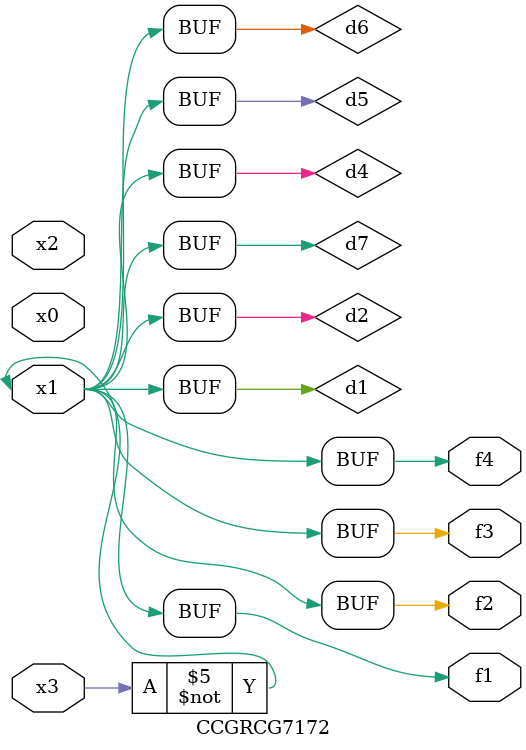
<source format=v>
module CCGRCG7172(
	input x0, x1, x2, x3,
	output f1, f2, f3, f4
);

	wire d1, d2, d3, d4, d5, d6, d7;

	not (d1, x3);
	buf (d2, x1);
	xnor (d3, d1, d2);
	nor (d4, d1);
	buf (d5, d1, d2);
	buf (d6, d4, d5);
	nand (d7, d4);
	assign f1 = d6;
	assign f2 = d7;
	assign f3 = d6;
	assign f4 = d6;
endmodule

</source>
